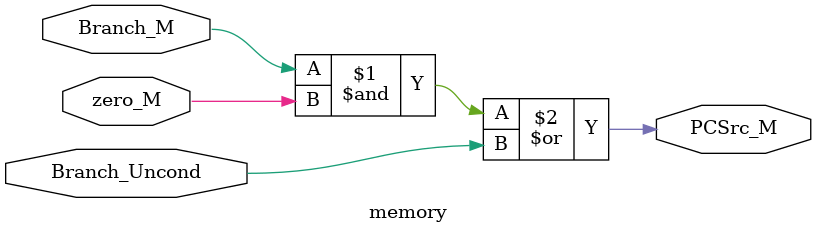
<source format=sv>

module memory (input logic Branch_M, zero_M, Branch_Uncond,
			   output logic PCSrc_M);

	assign PCSrc_M = (Branch_M & zero_M) | Branch_Uncond ;

endmodule

</source>
